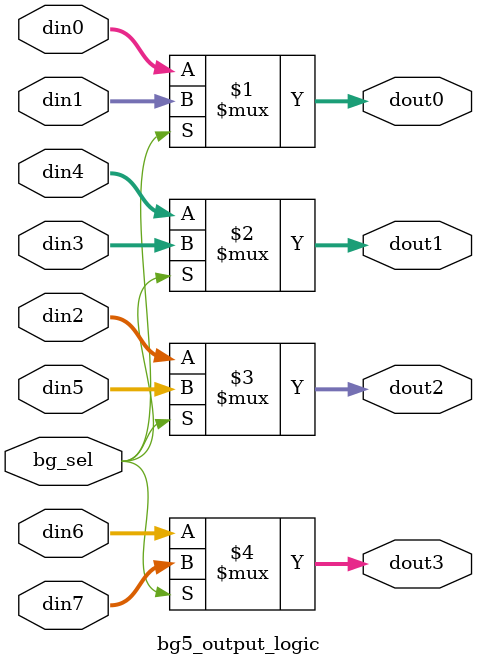
<source format=v>
module bg5_output_logic(
    input                                 bg_sel       , //==0: load 0,1,4,5; ==1: load2,3,4,5
    input      [  256-1:0]                din0         ,
    input      [  256-1:0]                din1         ,
    input      [  256-1:0]                din2         ,
    input      [  256-1:0]                din3         ,
    input      [  256-1:0]                din4         ,
    input      [  256-1:0]                din5         ,
    input      [  256-1:0]                din6         ,
    input      [  256-1:0]                din7         ,
    output     [  256-1:0]                dout0        ,
    output     [  256-1:0]                dout1        ,
    output     [  256-1:0]                dout2        ,
    output     [  256-1:0]                dout3         //
);
    assign dout0 = (bg_sel) ? din1 : din0;
    assign dout1 = (bg_sel) ? din3 : din4;
    assign dout2 = (bg_sel) ? din5 : din2;
    assign dout3 = (bg_sel) ? din7 : din6;
endmodule

</source>
